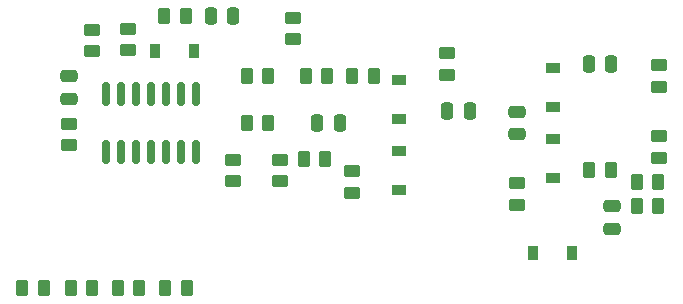
<source format=gbr>
%TF.GenerationSoftware,KiCad,Pcbnew,(6.99.0-143-g3f711b8958)*%
%TF.CreationDate,2021-12-29T15:34:20+01:00*%
%TF.ProjectId,Logic_Probe,4c6f6769-635f-4507-926f-62652e6b6963,rev?*%
%TF.SameCoordinates,Original*%
%TF.FileFunction,Paste,Top*%
%TF.FilePolarity,Positive*%
%FSLAX46Y46*%
G04 Gerber Fmt 4.6, Leading zero omitted, Abs format (unit mm)*
G04 Created by KiCad (PCBNEW (6.99.0-143-g3f711b8958)) date 2021-12-29 15:34:20*
%MOMM*%
%LPD*%
G01*
G04 APERTURE LIST*
G04 Aperture macros list*
%AMRoundRect*
0 Rectangle with rounded corners*
0 $1 Rounding radius*
0 $2 $3 $4 $5 $6 $7 $8 $9 X,Y pos of 4 corners*
0 Add a 4 corners polygon primitive as box body*
4,1,4,$2,$3,$4,$5,$6,$7,$8,$9,$2,$3,0*
0 Add four circle primitives for the rounded corners*
1,1,$1+$1,$2,$3*
1,1,$1+$1,$4,$5*
1,1,$1+$1,$6,$7*
1,1,$1+$1,$8,$9*
0 Add four rect primitives between the rounded corners*
20,1,$1+$1,$2,$3,$4,$5,0*
20,1,$1+$1,$4,$5,$6,$7,0*
20,1,$1+$1,$6,$7,$8,$9,0*
20,1,$1+$1,$8,$9,$2,$3,0*%
G04 Aperture macros list end*
%ADD10R,0.900000X1.200000*%
%ADD11RoundRect,0.250000X0.262500X0.450000X-0.262500X0.450000X-0.262500X-0.450000X0.262500X-0.450000X0*%
%ADD12RoundRect,0.250000X0.475000X-0.250000X0.475000X0.250000X-0.475000X0.250000X-0.475000X-0.250000X0*%
%ADD13R,1.200000X0.900000*%
%ADD14RoundRect,0.250000X-0.450000X0.262500X-0.450000X-0.262500X0.450000X-0.262500X0.450000X0.262500X0*%
%ADD15RoundRect,0.250000X-0.250000X-0.475000X0.250000X-0.475000X0.250000X0.475000X-0.250000X0.475000X0*%
%ADD16RoundRect,0.250000X0.450000X-0.262500X0.450000X0.262500X-0.450000X0.262500X-0.450000X-0.262500X0*%
%ADD17RoundRect,0.250000X-0.262500X-0.450000X0.262500X-0.450000X0.262500X0.450000X-0.262500X0.450000X0*%
%ADD18RoundRect,0.150000X0.150000X-0.825000X0.150000X0.825000X-0.150000X0.825000X-0.150000X-0.825000X0*%
%ADD19RoundRect,0.250000X0.250000X0.475000X-0.250000X0.475000X-0.250000X-0.475000X0.250000X-0.475000X0*%
G04 APERTURE END LIST*
D10*
%TO.C,D1*%
X193650000Y-73912500D03*
X190350000Y-73912500D03*
%TD*%
D11*
%TO.C,R19*%
X204912500Y-76000000D03*
X203087500Y-76000000D03*
%TD*%
%TO.C,R10*%
X185000000Y-94000000D03*
X183175000Y-94000000D03*
%TD*%
D12*
%TO.C,C5*%
X221000000Y-80950000D03*
X221000000Y-79050000D03*
%TD*%
D13*
%TO.C,D5*%
X224000000Y-84650000D03*
X224000000Y-81350000D03*
%TD*%
D14*
%TO.C,R7*%
X183000000Y-80037500D03*
X183000000Y-81862500D03*
%TD*%
D15*
%TO.C,C6*%
X204050000Y-80000000D03*
X205950000Y-80000000D03*
%TD*%
D14*
%TO.C,R24*%
X233000000Y-81087500D03*
X233000000Y-82912500D03*
%TD*%
%TO.C,R17*%
X207000000Y-84087500D03*
X207000000Y-85912500D03*
%TD*%
D16*
%TO.C,R18*%
X221000000Y-86912500D03*
X221000000Y-85087500D03*
%TD*%
D14*
%TO.C,R8*%
X215000000Y-74087500D03*
X215000000Y-75912500D03*
%TD*%
%TO.C,R20*%
X202000000Y-71087500D03*
X202000000Y-72912500D03*
%TD*%
D12*
%TO.C,C7*%
X229000000Y-88950000D03*
X229000000Y-87050000D03*
%TD*%
D15*
%TO.C,C4*%
X215050000Y-79000000D03*
X216950000Y-79000000D03*
%TD*%
%TO.C,C1*%
X227050000Y-75000000D03*
X228950000Y-75000000D03*
%TD*%
D17*
%TO.C,R2*%
X231087500Y-87000000D03*
X232912500Y-87000000D03*
%TD*%
D11*
%TO.C,R4*%
X232912500Y-85000000D03*
X231087500Y-85000000D03*
%TD*%
D16*
%TO.C,R22*%
X200912500Y-84912500D03*
X200912500Y-83087500D03*
%TD*%
D11*
%TO.C,R11*%
X208825000Y-76000000D03*
X207000000Y-76000000D03*
%TD*%
D16*
%TO.C,R3*%
X185000000Y-73912500D03*
X185000000Y-72087500D03*
%TD*%
D17*
%TO.C,R9*%
X191087500Y-70912500D03*
X192912500Y-70912500D03*
%TD*%
%TO.C,R13*%
X202912500Y-83000000D03*
X204737500Y-83000000D03*
%TD*%
%TO.C,R12*%
X198087500Y-80000000D03*
X199912500Y-80000000D03*
%TD*%
%TO.C,R1*%
X198087500Y-76000000D03*
X199912500Y-76000000D03*
%TD*%
%TO.C,R14*%
X227087500Y-84000000D03*
X228912500Y-84000000D03*
%TD*%
D11*
%TO.C,R6*%
X189000000Y-94000000D03*
X187175000Y-94000000D03*
%TD*%
D14*
%TO.C,R15*%
X233000000Y-75087500D03*
X233000000Y-76912500D03*
%TD*%
D17*
%TO.C,R23*%
X191175000Y-94000000D03*
X193000000Y-94000000D03*
%TD*%
D13*
%TO.C,D7*%
X211000000Y-82350000D03*
X211000000Y-85650000D03*
%TD*%
D18*
%TO.C,U1*%
X186190000Y-82475000D03*
X187460000Y-82475000D03*
X188730000Y-82475000D03*
X190000000Y-82475000D03*
X191270000Y-82475000D03*
X192540000Y-82475000D03*
X193810000Y-82475000D03*
X193810000Y-77525000D03*
X192540000Y-77525000D03*
X191270000Y-77525000D03*
X190000000Y-77525000D03*
X188730000Y-77525000D03*
X187460000Y-77525000D03*
X186190000Y-77525000D03*
%TD*%
D13*
%TO.C,D3*%
X224000000Y-75350000D03*
X224000000Y-78650000D03*
%TD*%
%TO.C,D2*%
X211000000Y-76350000D03*
X211000000Y-79650000D03*
%TD*%
D17*
%TO.C,R16*%
X179087500Y-94000000D03*
X180912500Y-94000000D03*
%TD*%
D10*
%TO.C,D9*%
X222350000Y-91000000D03*
X225650000Y-91000000D03*
%TD*%
D19*
%TO.C,C3*%
X196950000Y-70912500D03*
X195050000Y-70912500D03*
%TD*%
D14*
%TO.C,R5*%
X188000000Y-72000000D03*
X188000000Y-73825000D03*
%TD*%
D12*
%TO.C,C2*%
X183000000Y-77950000D03*
X183000000Y-76050000D03*
%TD*%
D16*
%TO.C,R21*%
X196912500Y-84912500D03*
X196912500Y-83087500D03*
%TD*%
M02*

</source>
